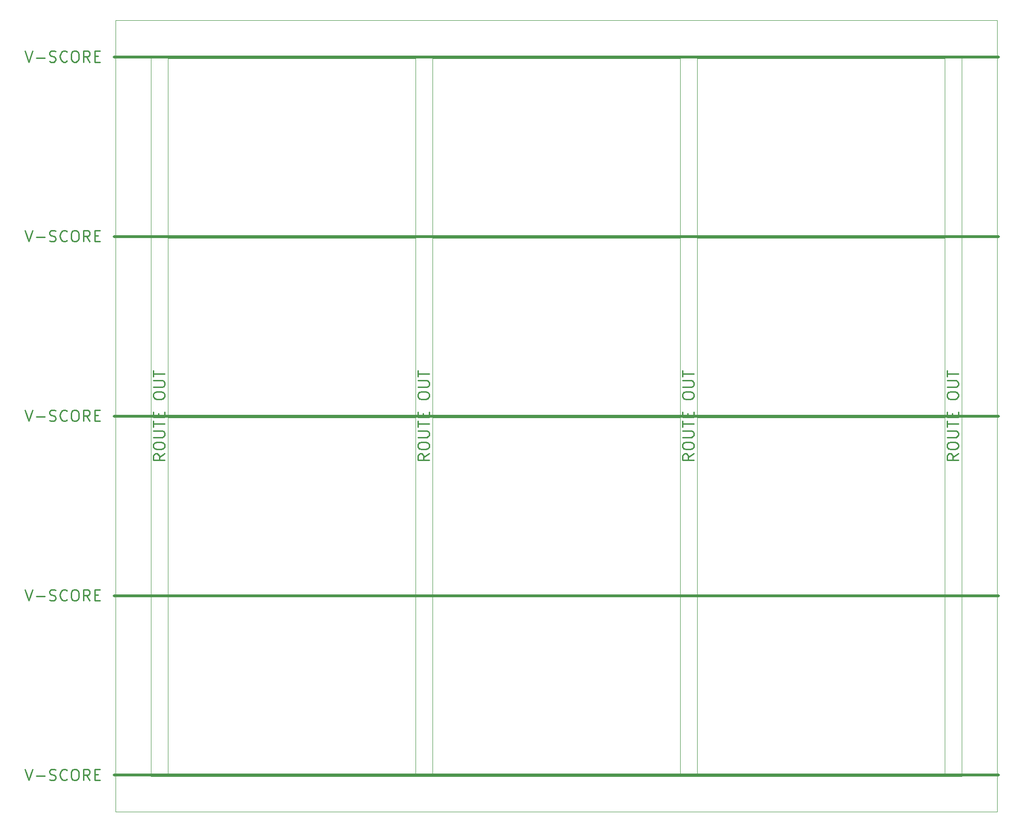
<source format=gko>
%TF.GenerationSoftware,KiCad,Pcbnew,8.0.7*%
%TF.CreationDate,2025-01-21T14:59:33-07:00*%
%TF.ProjectId,SparkFun_USB_RFID_Reader_panelized,53706172-6b46-4756-9e5f-5553425f5246,rev?*%
%TF.SameCoordinates,Original*%
%TF.FileFunction,Soldermask,Bot*%
%TF.FilePolarity,Negative*%
%FSLAX46Y46*%
G04 Gerber Fmt 4.6, Leading zero omitted, Abs format (unit mm)*
G04 Created by KiCad (PCBNEW 8.0.7) date 2025-01-21 14:59:33*
%MOMM*%
%LPD*%
G01*
G04 APERTURE LIST*
%TA.AperFunction,Profile*%
%ADD10C,0.100000*%
%TD*%
%TA.AperFunction,Profile*%
%ADD11C,0.050000*%
%TD*%
%ADD12C,0.250000*%
%ADD13C,0.500000*%
G04 APERTURE END LIST*
D10*
X-3040000Y-500000D02*
X-3040000Y129000000D01*
X142470000Y-500000D02*
X-3040000Y-500000D01*
X142470000Y129000000D02*
X142470000Y-500000D01*
X-3040000Y129000000D02*
X142470000Y129000000D01*
X-9390000Y-6850000D02*
X-9390000Y135350000D01*
X148820000Y-6850000D02*
X-9390000Y-6850000D01*
X148820000Y135350000D02*
X148820000Y-6850000D01*
X-9390000Y135350000D02*
X148820000Y135350000D01*
D11*
X94980000Y96750000D02*
X94980000Y128500000D01*
X94980000Y64500000D02*
X94980000Y96250000D01*
X94980000Y32250000D02*
X94980000Y64000000D01*
X94980000Y0D02*
X94980000Y31750000D01*
X47490000Y96750000D02*
X47490000Y128500000D01*
X47490000Y64500000D02*
X47490000Y96250000D01*
X47490000Y32250000D02*
X47490000Y64000000D01*
X47490000Y0D02*
X47490000Y31750000D01*
X0Y96750000D02*
X0Y128500000D01*
X0Y64500000D02*
X0Y96250000D01*
X0Y32250000D02*
X0Y64000000D01*
X139430000Y128500000D02*
X139430000Y96750000D01*
X139430000Y96250000D02*
X139430000Y64500000D01*
X139430000Y64000000D02*
X139430000Y32250000D01*
X139430000Y31750000D02*
X139430000Y0D01*
X91940000Y128500000D02*
X91940000Y96750000D01*
X91940000Y96250000D02*
X91940000Y64500000D01*
X91940000Y64000000D02*
X91940000Y32250000D01*
X91940000Y31750000D02*
X91940000Y0D01*
X44450000Y128500000D02*
X44450000Y96750000D01*
X44450000Y96250000D02*
X44450000Y64500000D01*
X44450000Y64000000D02*
X44450000Y32250000D01*
X94980000Y128500000D02*
X139430000Y128500000D01*
X94980000Y96250000D02*
X139430000Y96250000D01*
X94980000Y64000000D02*
X139430000Y64000000D01*
X94980000Y31750000D02*
X139430000Y31750000D01*
X47490000Y128500000D02*
X91940000Y128500000D01*
X47490000Y96250000D02*
X91940000Y96250000D01*
X47490000Y64000000D02*
X91940000Y64000000D01*
X47490000Y31750000D02*
X91940000Y31750000D01*
X0Y128500000D02*
X44450000Y128500000D01*
X0Y96250000D02*
X44450000Y96250000D01*
X0Y64000000D02*
X44450000Y64000000D01*
X139430000Y96750000D02*
X94980000Y96750000D01*
X139430000Y64500000D02*
X94980000Y64500000D01*
X139430000Y32250000D02*
X94980000Y32250000D01*
X139430000Y0D02*
X94980000Y0D01*
X91940000Y96750000D02*
X47490000Y96750000D01*
X91940000Y64500000D02*
X47490000Y64500000D01*
X91940000Y32250000D02*
X47490000Y32250000D01*
X91940000Y0D02*
X47490000Y0D01*
X44450000Y96750000D02*
X0Y96750000D01*
X44450000Y64500000D02*
X0Y64500000D01*
X44450000Y32250000D02*
X0Y32250000D01*
X44450000Y0D02*
X0Y0D01*
X0Y31750000D02*
X44450000Y31750000D01*
X44450000Y31750000D02*
X44450000Y0D01*
X0Y0D02*
X0Y31750000D01*
D12*
X141862238Y57488095D02*
X140909857Y56821428D01*
X141862238Y56345238D02*
X139862238Y56345238D01*
X139862238Y56345238D02*
X139862238Y57107143D01*
X139862238Y57107143D02*
X139957476Y57297619D01*
X139957476Y57297619D02*
X140052714Y57392857D01*
X140052714Y57392857D02*
X140243190Y57488095D01*
X140243190Y57488095D02*
X140528904Y57488095D01*
X140528904Y57488095D02*
X140719380Y57392857D01*
X140719380Y57392857D02*
X140814619Y57297619D01*
X140814619Y57297619D02*
X140909857Y57107143D01*
X140909857Y57107143D02*
X140909857Y56345238D01*
X139862238Y58726190D02*
X139862238Y59107143D01*
X139862238Y59107143D02*
X139957476Y59297619D01*
X139957476Y59297619D02*
X140147952Y59488095D01*
X140147952Y59488095D02*
X140528904Y59583333D01*
X140528904Y59583333D02*
X141195571Y59583333D01*
X141195571Y59583333D02*
X141576523Y59488095D01*
X141576523Y59488095D02*
X141767000Y59297619D01*
X141767000Y59297619D02*
X141862238Y59107143D01*
X141862238Y59107143D02*
X141862238Y58726190D01*
X141862238Y58726190D02*
X141767000Y58535714D01*
X141767000Y58535714D02*
X141576523Y58345238D01*
X141576523Y58345238D02*
X141195571Y58250000D01*
X141195571Y58250000D02*
X140528904Y58250000D01*
X140528904Y58250000D02*
X140147952Y58345238D01*
X140147952Y58345238D02*
X139957476Y58535714D01*
X139957476Y58535714D02*
X139862238Y58726190D01*
X139862238Y60440476D02*
X141481285Y60440476D01*
X141481285Y60440476D02*
X141671761Y60535714D01*
X141671761Y60535714D02*
X141767000Y60630952D01*
X141767000Y60630952D02*
X141862238Y60821428D01*
X141862238Y60821428D02*
X141862238Y61202381D01*
X141862238Y61202381D02*
X141767000Y61392857D01*
X141767000Y61392857D02*
X141671761Y61488095D01*
X141671761Y61488095D02*
X141481285Y61583333D01*
X141481285Y61583333D02*
X139862238Y61583333D01*
X139862238Y62250000D02*
X139862238Y63392857D01*
X141862238Y62821428D02*
X139862238Y62821428D01*
X140814619Y64059524D02*
X140814619Y64726191D01*
X141862238Y65011905D02*
X141862238Y64059524D01*
X141862238Y64059524D02*
X139862238Y64059524D01*
X139862238Y64059524D02*
X139862238Y65011905D01*
X139862238Y67773810D02*
X139862238Y68154763D01*
X139862238Y68154763D02*
X139957476Y68345239D01*
X139957476Y68345239D02*
X140147952Y68535715D01*
X140147952Y68535715D02*
X140528904Y68630953D01*
X140528904Y68630953D02*
X141195571Y68630953D01*
X141195571Y68630953D02*
X141576523Y68535715D01*
X141576523Y68535715D02*
X141767000Y68345239D01*
X141767000Y68345239D02*
X141862238Y68154763D01*
X141862238Y68154763D02*
X141862238Y67773810D01*
X141862238Y67773810D02*
X141767000Y67583334D01*
X141767000Y67583334D02*
X141576523Y67392858D01*
X141576523Y67392858D02*
X141195571Y67297620D01*
X141195571Y67297620D02*
X140528904Y67297620D01*
X140528904Y67297620D02*
X140147952Y67392858D01*
X140147952Y67392858D02*
X139957476Y67583334D01*
X139957476Y67583334D02*
X139862238Y67773810D01*
X139862238Y69488096D02*
X141481285Y69488096D01*
X141481285Y69488096D02*
X141671761Y69583334D01*
X141671761Y69583334D02*
X141767000Y69678572D01*
X141767000Y69678572D02*
X141862238Y69869048D01*
X141862238Y69869048D02*
X141862238Y70250001D01*
X141862238Y70250001D02*
X141767000Y70440477D01*
X141767000Y70440477D02*
X141671761Y70535715D01*
X141671761Y70535715D02*
X141481285Y70630953D01*
X141481285Y70630953D02*
X139862238Y70630953D01*
X139862238Y71297620D02*
X139862238Y72440477D01*
X141862238Y71869048D02*
X139862238Y71869048D01*
X94372238Y57488095D02*
X93419857Y56821428D01*
X94372238Y56345238D02*
X92372238Y56345238D01*
X92372238Y56345238D02*
X92372238Y57107143D01*
X92372238Y57107143D02*
X92467476Y57297619D01*
X92467476Y57297619D02*
X92562714Y57392857D01*
X92562714Y57392857D02*
X92753190Y57488095D01*
X92753190Y57488095D02*
X93038904Y57488095D01*
X93038904Y57488095D02*
X93229380Y57392857D01*
X93229380Y57392857D02*
X93324619Y57297619D01*
X93324619Y57297619D02*
X93419857Y57107143D01*
X93419857Y57107143D02*
X93419857Y56345238D01*
X92372238Y58726190D02*
X92372238Y59107143D01*
X92372238Y59107143D02*
X92467476Y59297619D01*
X92467476Y59297619D02*
X92657952Y59488095D01*
X92657952Y59488095D02*
X93038904Y59583333D01*
X93038904Y59583333D02*
X93705571Y59583333D01*
X93705571Y59583333D02*
X94086523Y59488095D01*
X94086523Y59488095D02*
X94277000Y59297619D01*
X94277000Y59297619D02*
X94372238Y59107143D01*
X94372238Y59107143D02*
X94372238Y58726190D01*
X94372238Y58726190D02*
X94277000Y58535714D01*
X94277000Y58535714D02*
X94086523Y58345238D01*
X94086523Y58345238D02*
X93705571Y58250000D01*
X93705571Y58250000D02*
X93038904Y58250000D01*
X93038904Y58250000D02*
X92657952Y58345238D01*
X92657952Y58345238D02*
X92467476Y58535714D01*
X92467476Y58535714D02*
X92372238Y58726190D01*
X92372238Y60440476D02*
X93991285Y60440476D01*
X93991285Y60440476D02*
X94181761Y60535714D01*
X94181761Y60535714D02*
X94277000Y60630952D01*
X94277000Y60630952D02*
X94372238Y60821428D01*
X94372238Y60821428D02*
X94372238Y61202381D01*
X94372238Y61202381D02*
X94277000Y61392857D01*
X94277000Y61392857D02*
X94181761Y61488095D01*
X94181761Y61488095D02*
X93991285Y61583333D01*
X93991285Y61583333D02*
X92372238Y61583333D01*
X92372238Y62250000D02*
X92372238Y63392857D01*
X94372238Y62821428D02*
X92372238Y62821428D01*
X93324619Y64059524D02*
X93324619Y64726191D01*
X94372238Y65011905D02*
X94372238Y64059524D01*
X94372238Y64059524D02*
X92372238Y64059524D01*
X92372238Y64059524D02*
X92372238Y65011905D01*
X92372238Y67773810D02*
X92372238Y68154763D01*
X92372238Y68154763D02*
X92467476Y68345239D01*
X92467476Y68345239D02*
X92657952Y68535715D01*
X92657952Y68535715D02*
X93038904Y68630953D01*
X93038904Y68630953D02*
X93705571Y68630953D01*
X93705571Y68630953D02*
X94086523Y68535715D01*
X94086523Y68535715D02*
X94277000Y68345239D01*
X94277000Y68345239D02*
X94372238Y68154763D01*
X94372238Y68154763D02*
X94372238Y67773810D01*
X94372238Y67773810D02*
X94277000Y67583334D01*
X94277000Y67583334D02*
X94086523Y67392858D01*
X94086523Y67392858D02*
X93705571Y67297620D01*
X93705571Y67297620D02*
X93038904Y67297620D01*
X93038904Y67297620D02*
X92657952Y67392858D01*
X92657952Y67392858D02*
X92467476Y67583334D01*
X92467476Y67583334D02*
X92372238Y67773810D01*
X92372238Y69488096D02*
X93991285Y69488096D01*
X93991285Y69488096D02*
X94181761Y69583334D01*
X94181761Y69583334D02*
X94277000Y69678572D01*
X94277000Y69678572D02*
X94372238Y69869048D01*
X94372238Y69869048D02*
X94372238Y70250001D01*
X94372238Y70250001D02*
X94277000Y70440477D01*
X94277000Y70440477D02*
X94181761Y70535715D01*
X94181761Y70535715D02*
X93991285Y70630953D01*
X93991285Y70630953D02*
X92372238Y70630953D01*
X92372238Y71297620D02*
X92372238Y72440477D01*
X94372238Y71869048D02*
X92372238Y71869048D01*
X46882238Y57488095D02*
X45929857Y56821428D01*
X46882238Y56345238D02*
X44882238Y56345238D01*
X44882238Y56345238D02*
X44882238Y57107143D01*
X44882238Y57107143D02*
X44977476Y57297619D01*
X44977476Y57297619D02*
X45072714Y57392857D01*
X45072714Y57392857D02*
X45263190Y57488095D01*
X45263190Y57488095D02*
X45548904Y57488095D01*
X45548904Y57488095D02*
X45739380Y57392857D01*
X45739380Y57392857D02*
X45834619Y57297619D01*
X45834619Y57297619D02*
X45929857Y57107143D01*
X45929857Y57107143D02*
X45929857Y56345238D01*
X44882238Y58726190D02*
X44882238Y59107143D01*
X44882238Y59107143D02*
X44977476Y59297619D01*
X44977476Y59297619D02*
X45167952Y59488095D01*
X45167952Y59488095D02*
X45548904Y59583333D01*
X45548904Y59583333D02*
X46215571Y59583333D01*
X46215571Y59583333D02*
X46596523Y59488095D01*
X46596523Y59488095D02*
X46787000Y59297619D01*
X46787000Y59297619D02*
X46882238Y59107143D01*
X46882238Y59107143D02*
X46882238Y58726190D01*
X46882238Y58726190D02*
X46787000Y58535714D01*
X46787000Y58535714D02*
X46596523Y58345238D01*
X46596523Y58345238D02*
X46215571Y58250000D01*
X46215571Y58250000D02*
X45548904Y58250000D01*
X45548904Y58250000D02*
X45167952Y58345238D01*
X45167952Y58345238D02*
X44977476Y58535714D01*
X44977476Y58535714D02*
X44882238Y58726190D01*
X44882238Y60440476D02*
X46501285Y60440476D01*
X46501285Y60440476D02*
X46691761Y60535714D01*
X46691761Y60535714D02*
X46787000Y60630952D01*
X46787000Y60630952D02*
X46882238Y60821428D01*
X46882238Y60821428D02*
X46882238Y61202381D01*
X46882238Y61202381D02*
X46787000Y61392857D01*
X46787000Y61392857D02*
X46691761Y61488095D01*
X46691761Y61488095D02*
X46501285Y61583333D01*
X46501285Y61583333D02*
X44882238Y61583333D01*
X44882238Y62250000D02*
X44882238Y63392857D01*
X46882238Y62821428D02*
X44882238Y62821428D01*
X45834619Y64059524D02*
X45834619Y64726191D01*
X46882238Y65011905D02*
X46882238Y64059524D01*
X46882238Y64059524D02*
X44882238Y64059524D01*
X44882238Y64059524D02*
X44882238Y65011905D01*
X44882238Y67773810D02*
X44882238Y68154763D01*
X44882238Y68154763D02*
X44977476Y68345239D01*
X44977476Y68345239D02*
X45167952Y68535715D01*
X45167952Y68535715D02*
X45548904Y68630953D01*
X45548904Y68630953D02*
X46215571Y68630953D01*
X46215571Y68630953D02*
X46596523Y68535715D01*
X46596523Y68535715D02*
X46787000Y68345239D01*
X46787000Y68345239D02*
X46882238Y68154763D01*
X46882238Y68154763D02*
X46882238Y67773810D01*
X46882238Y67773810D02*
X46787000Y67583334D01*
X46787000Y67583334D02*
X46596523Y67392858D01*
X46596523Y67392858D02*
X46215571Y67297620D01*
X46215571Y67297620D02*
X45548904Y67297620D01*
X45548904Y67297620D02*
X45167952Y67392858D01*
X45167952Y67392858D02*
X44977476Y67583334D01*
X44977476Y67583334D02*
X44882238Y67773810D01*
X44882238Y69488096D02*
X46501285Y69488096D01*
X46501285Y69488096D02*
X46691761Y69583334D01*
X46691761Y69583334D02*
X46787000Y69678572D01*
X46787000Y69678572D02*
X46882238Y69869048D01*
X46882238Y69869048D02*
X46882238Y70250001D01*
X46882238Y70250001D02*
X46787000Y70440477D01*
X46787000Y70440477D02*
X46691761Y70535715D01*
X46691761Y70535715D02*
X46501285Y70630953D01*
X46501285Y70630953D02*
X44882238Y70630953D01*
X44882238Y71297620D02*
X44882238Y72440477D01*
X46882238Y71869048D02*
X44882238Y71869048D01*
X-607762Y57488095D02*
X-1560143Y56821428D01*
X-607762Y56345238D02*
X-2607762Y56345238D01*
X-2607762Y56345238D02*
X-2607762Y57107143D01*
X-2607762Y57107143D02*
X-2512524Y57297619D01*
X-2512524Y57297619D02*
X-2417286Y57392857D01*
X-2417286Y57392857D02*
X-2226810Y57488095D01*
X-2226810Y57488095D02*
X-1941096Y57488095D01*
X-1941096Y57488095D02*
X-1750620Y57392857D01*
X-1750620Y57392857D02*
X-1655381Y57297619D01*
X-1655381Y57297619D02*
X-1560143Y57107143D01*
X-1560143Y57107143D02*
X-1560143Y56345238D01*
X-2607762Y58726190D02*
X-2607762Y59107143D01*
X-2607762Y59107143D02*
X-2512524Y59297619D01*
X-2512524Y59297619D02*
X-2322048Y59488095D01*
X-2322048Y59488095D02*
X-1941096Y59583333D01*
X-1941096Y59583333D02*
X-1274429Y59583333D01*
X-1274429Y59583333D02*
X-893477Y59488095D01*
X-893477Y59488095D02*
X-703000Y59297619D01*
X-703000Y59297619D02*
X-607762Y59107143D01*
X-607762Y59107143D02*
X-607762Y58726190D01*
X-607762Y58726190D02*
X-703000Y58535714D01*
X-703000Y58535714D02*
X-893477Y58345238D01*
X-893477Y58345238D02*
X-1274429Y58250000D01*
X-1274429Y58250000D02*
X-1941096Y58250000D01*
X-1941096Y58250000D02*
X-2322048Y58345238D01*
X-2322048Y58345238D02*
X-2512524Y58535714D01*
X-2512524Y58535714D02*
X-2607762Y58726190D01*
X-2607762Y60440476D02*
X-988715Y60440476D01*
X-988715Y60440476D02*
X-798239Y60535714D01*
X-798239Y60535714D02*
X-703000Y60630952D01*
X-703000Y60630952D02*
X-607762Y60821428D01*
X-607762Y60821428D02*
X-607762Y61202381D01*
X-607762Y61202381D02*
X-703000Y61392857D01*
X-703000Y61392857D02*
X-798239Y61488095D01*
X-798239Y61488095D02*
X-988715Y61583333D01*
X-988715Y61583333D02*
X-2607762Y61583333D01*
X-2607762Y62250000D02*
X-2607762Y63392857D01*
X-607762Y62821428D02*
X-2607762Y62821428D01*
X-1655381Y64059524D02*
X-1655381Y64726191D01*
X-607762Y65011905D02*
X-607762Y64059524D01*
X-607762Y64059524D02*
X-2607762Y64059524D01*
X-2607762Y64059524D02*
X-2607762Y65011905D01*
X-2607762Y67773810D02*
X-2607762Y68154763D01*
X-2607762Y68154763D02*
X-2512524Y68345239D01*
X-2512524Y68345239D02*
X-2322048Y68535715D01*
X-2322048Y68535715D02*
X-1941096Y68630953D01*
X-1941096Y68630953D02*
X-1274429Y68630953D01*
X-1274429Y68630953D02*
X-893477Y68535715D01*
X-893477Y68535715D02*
X-703000Y68345239D01*
X-703000Y68345239D02*
X-607762Y68154763D01*
X-607762Y68154763D02*
X-607762Y67773810D01*
X-607762Y67773810D02*
X-703000Y67583334D01*
X-703000Y67583334D02*
X-893477Y67392858D01*
X-893477Y67392858D02*
X-1274429Y67297620D01*
X-1274429Y67297620D02*
X-1941096Y67297620D01*
X-1941096Y67297620D02*
X-2322048Y67392858D01*
X-2322048Y67392858D02*
X-2512524Y67583334D01*
X-2512524Y67583334D02*
X-2607762Y67773810D01*
X-2607762Y69488096D02*
X-988715Y69488096D01*
X-988715Y69488096D02*
X-798239Y69583334D01*
X-798239Y69583334D02*
X-703000Y69678572D01*
X-703000Y69678572D02*
X-607762Y69869048D01*
X-607762Y69869048D02*
X-607762Y70250001D01*
X-607762Y70250001D02*
X-703000Y70440477D01*
X-703000Y70440477D02*
X-798239Y70535715D01*
X-798239Y70535715D02*
X-988715Y70630953D01*
X-988715Y70630953D02*
X-2607762Y70630953D01*
X-2607762Y71297620D02*
X-2607762Y72440477D01*
X-607762Y71869048D02*
X-2607762Y71869048D01*
X-25638997Y837762D02*
X-24972331Y-1162238D01*
X-24972331Y-1162238D02*
X-24305664Y837762D01*
X-23638997Y-400333D02*
X-22115187Y-400333D01*
X-21258045Y-1067000D02*
X-20972331Y-1162238D01*
X-20972331Y-1162238D02*
X-20496140Y-1162238D01*
X-20496140Y-1162238D02*
X-20305664Y-1067000D01*
X-20305664Y-1067000D02*
X-20210426Y-971761D01*
X-20210426Y-971761D02*
X-20115188Y-781285D01*
X-20115188Y-781285D02*
X-20115188Y-590809D01*
X-20115188Y-590809D02*
X-20210426Y-400333D01*
X-20210426Y-400333D02*
X-20305664Y-305095D01*
X-20305664Y-305095D02*
X-20496140Y-209857D01*
X-20496140Y-209857D02*
X-20877093Y-114619D01*
X-20877093Y-114619D02*
X-21067569Y-19380D01*
X-21067569Y-19380D02*
X-21162807Y75858D01*
X-21162807Y75858D02*
X-21258045Y266334D01*
X-21258045Y266334D02*
X-21258045Y456810D01*
X-21258045Y456810D02*
X-21162807Y647286D01*
X-21162807Y647286D02*
X-21067569Y742524D01*
X-21067569Y742524D02*
X-20877093Y837762D01*
X-20877093Y837762D02*
X-20400902Y837762D01*
X-20400902Y837762D02*
X-20115188Y742524D01*
X-18115188Y-971761D02*
X-18210426Y-1067000D01*
X-18210426Y-1067000D02*
X-18496140Y-1162238D01*
X-18496140Y-1162238D02*
X-18686616Y-1162238D01*
X-18686616Y-1162238D02*
X-18972331Y-1067000D01*
X-18972331Y-1067000D02*
X-19162807Y-876523D01*
X-19162807Y-876523D02*
X-19258045Y-686047D01*
X-19258045Y-686047D02*
X-19353283Y-305095D01*
X-19353283Y-305095D02*
X-19353283Y-19380D01*
X-19353283Y-19380D02*
X-19258045Y361572D01*
X-19258045Y361572D02*
X-19162807Y552048D01*
X-19162807Y552048D02*
X-18972331Y742524D01*
X-18972331Y742524D02*
X-18686616Y837762D01*
X-18686616Y837762D02*
X-18496140Y837762D01*
X-18496140Y837762D02*
X-18210426Y742524D01*
X-18210426Y742524D02*
X-18115188Y647286D01*
X-16877093Y837762D02*
X-16496140Y837762D01*
X-16496140Y837762D02*
X-16305664Y742524D01*
X-16305664Y742524D02*
X-16115188Y552048D01*
X-16115188Y552048D02*
X-16019950Y171096D01*
X-16019950Y171096D02*
X-16019950Y-495571D01*
X-16019950Y-495571D02*
X-16115188Y-876523D01*
X-16115188Y-876523D02*
X-16305664Y-1067000D01*
X-16305664Y-1067000D02*
X-16496140Y-1162238D01*
X-16496140Y-1162238D02*
X-16877093Y-1162238D01*
X-16877093Y-1162238D02*
X-17067569Y-1067000D01*
X-17067569Y-1067000D02*
X-17258045Y-876523D01*
X-17258045Y-876523D02*
X-17353283Y-495571D01*
X-17353283Y-495571D02*
X-17353283Y171096D01*
X-17353283Y171096D02*
X-17258045Y552048D01*
X-17258045Y552048D02*
X-17067569Y742524D01*
X-17067569Y742524D02*
X-16877093Y837762D01*
X-14019950Y-1162238D02*
X-14686617Y-209857D01*
X-15162807Y-1162238D02*
X-15162807Y837762D01*
X-15162807Y837762D02*
X-14400902Y837762D01*
X-14400902Y837762D02*
X-14210426Y742524D01*
X-14210426Y742524D02*
X-14115188Y647286D01*
X-14115188Y647286D02*
X-14019950Y456810D01*
X-14019950Y456810D02*
X-14019950Y171096D01*
X-14019950Y171096D02*
X-14115188Y-19380D01*
X-14115188Y-19380D02*
X-14210426Y-114619D01*
X-14210426Y-114619D02*
X-14400902Y-209857D01*
X-14400902Y-209857D02*
X-15162807Y-209857D01*
X-13162807Y-114619D02*
X-12496140Y-114619D01*
X-12210426Y-1162238D02*
X-13162807Y-1162238D01*
X-13162807Y-1162238D02*
X-13162807Y837762D01*
X-13162807Y837762D02*
X-12210426Y837762D01*
D13*
X-9665000Y-250000D02*
X149095000Y-250000D01*
D12*
X-25638997Y33087762D02*
X-24972331Y31087762D01*
X-24972331Y31087762D02*
X-24305664Y33087762D01*
X-23638997Y31849667D02*
X-22115187Y31849667D01*
X-21258045Y31183000D02*
X-20972331Y31087762D01*
X-20972331Y31087762D02*
X-20496140Y31087762D01*
X-20496140Y31087762D02*
X-20305664Y31183000D01*
X-20305664Y31183000D02*
X-20210426Y31278239D01*
X-20210426Y31278239D02*
X-20115188Y31468715D01*
X-20115188Y31468715D02*
X-20115188Y31659191D01*
X-20115188Y31659191D02*
X-20210426Y31849667D01*
X-20210426Y31849667D02*
X-20305664Y31944905D01*
X-20305664Y31944905D02*
X-20496140Y32040143D01*
X-20496140Y32040143D02*
X-20877093Y32135381D01*
X-20877093Y32135381D02*
X-21067569Y32230620D01*
X-21067569Y32230620D02*
X-21162807Y32325858D01*
X-21162807Y32325858D02*
X-21258045Y32516334D01*
X-21258045Y32516334D02*
X-21258045Y32706810D01*
X-21258045Y32706810D02*
X-21162807Y32897286D01*
X-21162807Y32897286D02*
X-21067569Y32992524D01*
X-21067569Y32992524D02*
X-20877093Y33087762D01*
X-20877093Y33087762D02*
X-20400902Y33087762D01*
X-20400902Y33087762D02*
X-20115188Y32992524D01*
X-18115188Y31278239D02*
X-18210426Y31183000D01*
X-18210426Y31183000D02*
X-18496140Y31087762D01*
X-18496140Y31087762D02*
X-18686616Y31087762D01*
X-18686616Y31087762D02*
X-18972331Y31183000D01*
X-18972331Y31183000D02*
X-19162807Y31373477D01*
X-19162807Y31373477D02*
X-19258045Y31563953D01*
X-19258045Y31563953D02*
X-19353283Y31944905D01*
X-19353283Y31944905D02*
X-19353283Y32230620D01*
X-19353283Y32230620D02*
X-19258045Y32611572D01*
X-19258045Y32611572D02*
X-19162807Y32802048D01*
X-19162807Y32802048D02*
X-18972331Y32992524D01*
X-18972331Y32992524D02*
X-18686616Y33087762D01*
X-18686616Y33087762D02*
X-18496140Y33087762D01*
X-18496140Y33087762D02*
X-18210426Y32992524D01*
X-18210426Y32992524D02*
X-18115188Y32897286D01*
X-16877093Y33087762D02*
X-16496140Y33087762D01*
X-16496140Y33087762D02*
X-16305664Y32992524D01*
X-16305664Y32992524D02*
X-16115188Y32802048D01*
X-16115188Y32802048D02*
X-16019950Y32421096D01*
X-16019950Y32421096D02*
X-16019950Y31754429D01*
X-16019950Y31754429D02*
X-16115188Y31373477D01*
X-16115188Y31373477D02*
X-16305664Y31183000D01*
X-16305664Y31183000D02*
X-16496140Y31087762D01*
X-16496140Y31087762D02*
X-16877093Y31087762D01*
X-16877093Y31087762D02*
X-17067569Y31183000D01*
X-17067569Y31183000D02*
X-17258045Y31373477D01*
X-17258045Y31373477D02*
X-17353283Y31754429D01*
X-17353283Y31754429D02*
X-17353283Y32421096D01*
X-17353283Y32421096D02*
X-17258045Y32802048D01*
X-17258045Y32802048D02*
X-17067569Y32992524D01*
X-17067569Y32992524D02*
X-16877093Y33087762D01*
X-14019950Y31087762D02*
X-14686617Y32040143D01*
X-15162807Y31087762D02*
X-15162807Y33087762D01*
X-15162807Y33087762D02*
X-14400902Y33087762D01*
X-14400902Y33087762D02*
X-14210426Y32992524D01*
X-14210426Y32992524D02*
X-14115188Y32897286D01*
X-14115188Y32897286D02*
X-14019950Y32706810D01*
X-14019950Y32706810D02*
X-14019950Y32421096D01*
X-14019950Y32421096D02*
X-14115188Y32230620D01*
X-14115188Y32230620D02*
X-14210426Y32135381D01*
X-14210426Y32135381D02*
X-14400902Y32040143D01*
X-14400902Y32040143D02*
X-15162807Y32040143D01*
X-13162807Y32135381D02*
X-12496140Y32135381D01*
X-12210426Y31087762D02*
X-13162807Y31087762D01*
X-13162807Y31087762D02*
X-13162807Y33087762D01*
X-13162807Y33087762D02*
X-12210426Y33087762D01*
D13*
X-9665000Y32000000D02*
X149095000Y32000000D01*
D12*
X-25638997Y65337762D02*
X-24972331Y63337762D01*
X-24972331Y63337762D02*
X-24305664Y65337762D01*
X-23638997Y64099667D02*
X-22115187Y64099667D01*
X-21258045Y63433000D02*
X-20972331Y63337762D01*
X-20972331Y63337762D02*
X-20496140Y63337762D01*
X-20496140Y63337762D02*
X-20305664Y63433000D01*
X-20305664Y63433000D02*
X-20210426Y63528239D01*
X-20210426Y63528239D02*
X-20115188Y63718715D01*
X-20115188Y63718715D02*
X-20115188Y63909191D01*
X-20115188Y63909191D02*
X-20210426Y64099667D01*
X-20210426Y64099667D02*
X-20305664Y64194905D01*
X-20305664Y64194905D02*
X-20496140Y64290143D01*
X-20496140Y64290143D02*
X-20877093Y64385381D01*
X-20877093Y64385381D02*
X-21067569Y64480620D01*
X-21067569Y64480620D02*
X-21162807Y64575858D01*
X-21162807Y64575858D02*
X-21258045Y64766334D01*
X-21258045Y64766334D02*
X-21258045Y64956810D01*
X-21258045Y64956810D02*
X-21162807Y65147286D01*
X-21162807Y65147286D02*
X-21067569Y65242524D01*
X-21067569Y65242524D02*
X-20877093Y65337762D01*
X-20877093Y65337762D02*
X-20400902Y65337762D01*
X-20400902Y65337762D02*
X-20115188Y65242524D01*
X-18115188Y63528239D02*
X-18210426Y63433000D01*
X-18210426Y63433000D02*
X-18496140Y63337762D01*
X-18496140Y63337762D02*
X-18686616Y63337762D01*
X-18686616Y63337762D02*
X-18972331Y63433000D01*
X-18972331Y63433000D02*
X-19162807Y63623477D01*
X-19162807Y63623477D02*
X-19258045Y63813953D01*
X-19258045Y63813953D02*
X-19353283Y64194905D01*
X-19353283Y64194905D02*
X-19353283Y64480620D01*
X-19353283Y64480620D02*
X-19258045Y64861572D01*
X-19258045Y64861572D02*
X-19162807Y65052048D01*
X-19162807Y65052048D02*
X-18972331Y65242524D01*
X-18972331Y65242524D02*
X-18686616Y65337762D01*
X-18686616Y65337762D02*
X-18496140Y65337762D01*
X-18496140Y65337762D02*
X-18210426Y65242524D01*
X-18210426Y65242524D02*
X-18115188Y65147286D01*
X-16877093Y65337762D02*
X-16496140Y65337762D01*
X-16496140Y65337762D02*
X-16305664Y65242524D01*
X-16305664Y65242524D02*
X-16115188Y65052048D01*
X-16115188Y65052048D02*
X-16019950Y64671096D01*
X-16019950Y64671096D02*
X-16019950Y64004429D01*
X-16019950Y64004429D02*
X-16115188Y63623477D01*
X-16115188Y63623477D02*
X-16305664Y63433000D01*
X-16305664Y63433000D02*
X-16496140Y63337762D01*
X-16496140Y63337762D02*
X-16877093Y63337762D01*
X-16877093Y63337762D02*
X-17067569Y63433000D01*
X-17067569Y63433000D02*
X-17258045Y63623477D01*
X-17258045Y63623477D02*
X-17353283Y64004429D01*
X-17353283Y64004429D02*
X-17353283Y64671096D01*
X-17353283Y64671096D02*
X-17258045Y65052048D01*
X-17258045Y65052048D02*
X-17067569Y65242524D01*
X-17067569Y65242524D02*
X-16877093Y65337762D01*
X-14019950Y63337762D02*
X-14686617Y64290143D01*
X-15162807Y63337762D02*
X-15162807Y65337762D01*
X-15162807Y65337762D02*
X-14400902Y65337762D01*
X-14400902Y65337762D02*
X-14210426Y65242524D01*
X-14210426Y65242524D02*
X-14115188Y65147286D01*
X-14115188Y65147286D02*
X-14019950Y64956810D01*
X-14019950Y64956810D02*
X-14019950Y64671096D01*
X-14019950Y64671096D02*
X-14115188Y64480620D01*
X-14115188Y64480620D02*
X-14210426Y64385381D01*
X-14210426Y64385381D02*
X-14400902Y64290143D01*
X-14400902Y64290143D02*
X-15162807Y64290143D01*
X-13162807Y64385381D02*
X-12496140Y64385381D01*
X-12210426Y63337762D02*
X-13162807Y63337762D01*
X-13162807Y63337762D02*
X-13162807Y65337762D01*
X-13162807Y65337762D02*
X-12210426Y65337762D01*
D13*
X-9665000Y64250000D02*
X149095000Y64250000D01*
D12*
X-25638997Y97587762D02*
X-24972331Y95587762D01*
X-24972331Y95587762D02*
X-24305664Y97587762D01*
X-23638997Y96349667D02*
X-22115187Y96349667D01*
X-21258045Y95683000D02*
X-20972331Y95587762D01*
X-20972331Y95587762D02*
X-20496140Y95587762D01*
X-20496140Y95587762D02*
X-20305664Y95683000D01*
X-20305664Y95683000D02*
X-20210426Y95778239D01*
X-20210426Y95778239D02*
X-20115188Y95968715D01*
X-20115188Y95968715D02*
X-20115188Y96159191D01*
X-20115188Y96159191D02*
X-20210426Y96349667D01*
X-20210426Y96349667D02*
X-20305664Y96444905D01*
X-20305664Y96444905D02*
X-20496140Y96540143D01*
X-20496140Y96540143D02*
X-20877093Y96635381D01*
X-20877093Y96635381D02*
X-21067569Y96730620D01*
X-21067569Y96730620D02*
X-21162807Y96825858D01*
X-21162807Y96825858D02*
X-21258045Y97016334D01*
X-21258045Y97016334D02*
X-21258045Y97206810D01*
X-21258045Y97206810D02*
X-21162807Y97397286D01*
X-21162807Y97397286D02*
X-21067569Y97492524D01*
X-21067569Y97492524D02*
X-20877093Y97587762D01*
X-20877093Y97587762D02*
X-20400902Y97587762D01*
X-20400902Y97587762D02*
X-20115188Y97492524D01*
X-18115188Y95778239D02*
X-18210426Y95683000D01*
X-18210426Y95683000D02*
X-18496140Y95587762D01*
X-18496140Y95587762D02*
X-18686616Y95587762D01*
X-18686616Y95587762D02*
X-18972331Y95683000D01*
X-18972331Y95683000D02*
X-19162807Y95873477D01*
X-19162807Y95873477D02*
X-19258045Y96063953D01*
X-19258045Y96063953D02*
X-19353283Y96444905D01*
X-19353283Y96444905D02*
X-19353283Y96730620D01*
X-19353283Y96730620D02*
X-19258045Y97111572D01*
X-19258045Y97111572D02*
X-19162807Y97302048D01*
X-19162807Y97302048D02*
X-18972331Y97492524D01*
X-18972331Y97492524D02*
X-18686616Y97587762D01*
X-18686616Y97587762D02*
X-18496140Y97587762D01*
X-18496140Y97587762D02*
X-18210426Y97492524D01*
X-18210426Y97492524D02*
X-18115188Y97397286D01*
X-16877093Y97587762D02*
X-16496140Y97587762D01*
X-16496140Y97587762D02*
X-16305664Y97492524D01*
X-16305664Y97492524D02*
X-16115188Y97302048D01*
X-16115188Y97302048D02*
X-16019950Y96921096D01*
X-16019950Y96921096D02*
X-16019950Y96254429D01*
X-16019950Y96254429D02*
X-16115188Y95873477D01*
X-16115188Y95873477D02*
X-16305664Y95683000D01*
X-16305664Y95683000D02*
X-16496140Y95587762D01*
X-16496140Y95587762D02*
X-16877093Y95587762D01*
X-16877093Y95587762D02*
X-17067569Y95683000D01*
X-17067569Y95683000D02*
X-17258045Y95873477D01*
X-17258045Y95873477D02*
X-17353283Y96254429D01*
X-17353283Y96254429D02*
X-17353283Y96921096D01*
X-17353283Y96921096D02*
X-17258045Y97302048D01*
X-17258045Y97302048D02*
X-17067569Y97492524D01*
X-17067569Y97492524D02*
X-16877093Y97587762D01*
X-14019950Y95587762D02*
X-14686617Y96540143D01*
X-15162807Y95587762D02*
X-15162807Y97587762D01*
X-15162807Y97587762D02*
X-14400902Y97587762D01*
X-14400902Y97587762D02*
X-14210426Y97492524D01*
X-14210426Y97492524D02*
X-14115188Y97397286D01*
X-14115188Y97397286D02*
X-14019950Y97206810D01*
X-14019950Y97206810D02*
X-14019950Y96921096D01*
X-14019950Y96921096D02*
X-14115188Y96730620D01*
X-14115188Y96730620D02*
X-14210426Y96635381D01*
X-14210426Y96635381D02*
X-14400902Y96540143D01*
X-14400902Y96540143D02*
X-15162807Y96540143D01*
X-13162807Y96635381D02*
X-12496140Y96635381D01*
X-12210426Y95587762D02*
X-13162807Y95587762D01*
X-13162807Y95587762D02*
X-13162807Y97587762D01*
X-13162807Y97587762D02*
X-12210426Y97587762D01*
D13*
X-9665000Y96500000D02*
X149095000Y96500000D01*
D12*
X-25638997Y129837761D02*
X-24972331Y127837761D01*
X-24972331Y127837761D02*
X-24305664Y129837761D01*
X-23638997Y128599666D02*
X-22115187Y128599666D01*
X-21258045Y127933000D02*
X-20972331Y127837761D01*
X-20972331Y127837761D02*
X-20496140Y127837761D01*
X-20496140Y127837761D02*
X-20305664Y127933000D01*
X-20305664Y127933000D02*
X-20210426Y128028238D01*
X-20210426Y128028238D02*
X-20115188Y128218714D01*
X-20115188Y128218714D02*
X-20115188Y128409190D01*
X-20115188Y128409190D02*
X-20210426Y128599666D01*
X-20210426Y128599666D02*
X-20305664Y128694904D01*
X-20305664Y128694904D02*
X-20496140Y128790142D01*
X-20496140Y128790142D02*
X-20877093Y128885380D01*
X-20877093Y128885380D02*
X-21067569Y128980619D01*
X-21067569Y128980619D02*
X-21162807Y129075857D01*
X-21162807Y129075857D02*
X-21258045Y129266333D01*
X-21258045Y129266333D02*
X-21258045Y129456809D01*
X-21258045Y129456809D02*
X-21162807Y129647285D01*
X-21162807Y129647285D02*
X-21067569Y129742523D01*
X-21067569Y129742523D02*
X-20877093Y129837761D01*
X-20877093Y129837761D02*
X-20400902Y129837761D01*
X-20400902Y129837761D02*
X-20115188Y129742523D01*
X-18115188Y128028238D02*
X-18210426Y127933000D01*
X-18210426Y127933000D02*
X-18496140Y127837761D01*
X-18496140Y127837761D02*
X-18686616Y127837761D01*
X-18686616Y127837761D02*
X-18972331Y127933000D01*
X-18972331Y127933000D02*
X-19162807Y128123476D01*
X-19162807Y128123476D02*
X-19258045Y128313952D01*
X-19258045Y128313952D02*
X-19353283Y128694904D01*
X-19353283Y128694904D02*
X-19353283Y128980619D01*
X-19353283Y128980619D02*
X-19258045Y129361571D01*
X-19258045Y129361571D02*
X-19162807Y129552047D01*
X-19162807Y129552047D02*
X-18972331Y129742523D01*
X-18972331Y129742523D02*
X-18686616Y129837761D01*
X-18686616Y129837761D02*
X-18496140Y129837761D01*
X-18496140Y129837761D02*
X-18210426Y129742523D01*
X-18210426Y129742523D02*
X-18115188Y129647285D01*
X-16877093Y129837761D02*
X-16496140Y129837761D01*
X-16496140Y129837761D02*
X-16305664Y129742523D01*
X-16305664Y129742523D02*
X-16115188Y129552047D01*
X-16115188Y129552047D02*
X-16019950Y129171095D01*
X-16019950Y129171095D02*
X-16019950Y128504428D01*
X-16019950Y128504428D02*
X-16115188Y128123476D01*
X-16115188Y128123476D02*
X-16305664Y127933000D01*
X-16305664Y127933000D02*
X-16496140Y127837761D01*
X-16496140Y127837761D02*
X-16877093Y127837761D01*
X-16877093Y127837761D02*
X-17067569Y127933000D01*
X-17067569Y127933000D02*
X-17258045Y128123476D01*
X-17258045Y128123476D02*
X-17353283Y128504428D01*
X-17353283Y128504428D02*
X-17353283Y129171095D01*
X-17353283Y129171095D02*
X-17258045Y129552047D01*
X-17258045Y129552047D02*
X-17067569Y129742523D01*
X-17067569Y129742523D02*
X-16877093Y129837761D01*
X-14019950Y127837761D02*
X-14686617Y128790142D01*
X-15162807Y127837761D02*
X-15162807Y129837761D01*
X-15162807Y129837761D02*
X-14400902Y129837761D01*
X-14400902Y129837761D02*
X-14210426Y129742523D01*
X-14210426Y129742523D02*
X-14115188Y129647285D01*
X-14115188Y129647285D02*
X-14019950Y129456809D01*
X-14019950Y129456809D02*
X-14019950Y129171095D01*
X-14019950Y129171095D02*
X-14115188Y128980619D01*
X-14115188Y128980619D02*
X-14210426Y128885380D01*
X-14210426Y128885380D02*
X-14400902Y128790142D01*
X-14400902Y128790142D02*
X-15162807Y128790142D01*
X-13162807Y128885380D02*
X-12496140Y128885380D01*
X-12210426Y127837761D02*
X-13162807Y127837761D01*
X-13162807Y127837761D02*
X-13162807Y129837761D01*
X-13162807Y129837761D02*
X-12210426Y129837761D01*
D13*
X-9665000Y128750000D02*
X149095000Y128750000D01*
M02*

</source>
